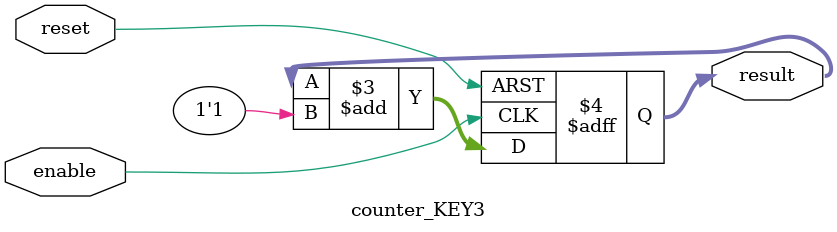
<source format=v>
module counter_KEY3(input enable, input reset, output reg[3:0] result);


	always @(posedge enable, negedge reset) begin
	
		if (!reset) begin
			result <= 4'b0;
		end else if (enable) begin
			result <= result + 1'b1;
		end

	end
	

endmodule

</source>
